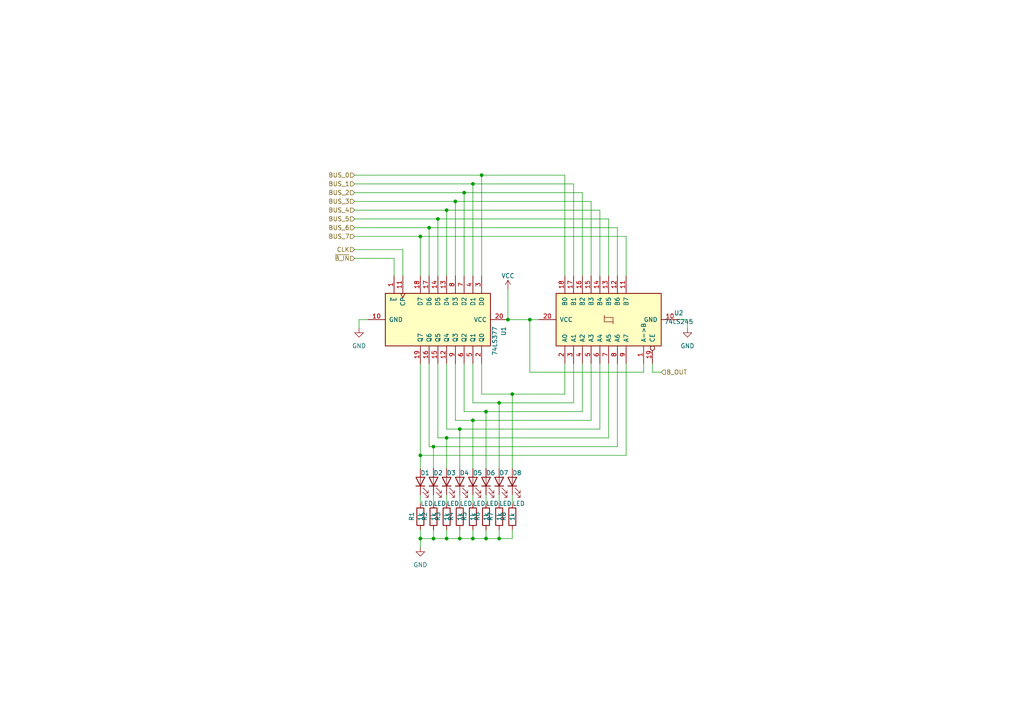
<source format=kicad_sch>
(kicad_sch (version 20230121) (generator eeschema)
  (paper "A4")
  (lib_symbols
    (symbol "74xx:74LS245" (pin_names (offset 1.016))
      (property "Reference" "U" (at -7.62 16.51 0))
      (property "Value" "74LS245" (at -7.62 -16.51 0))
      (symbol "74LS245_1_0"
        (polyline (pts (xy -0.635 -1.27) (xy -0.635 1.27) (xy 0.635 1.27)))
        (polyline (pts (xy -1.27 -1.27) (xy 0.635 -1.27) (xy 0.635 1.27) (xy 1.27 1.27)))
        (pin input line (at -12.7 -10.16 0) (length 5.08) (name "A->B") (number "1"))
        (pin power_in line (at 0 -20.32 90) (length 5.08) (name "GND") (number "10"))
        (pin tri_state line (at 12.7 -5.08 180) (length 5.08) (name "B7") (number "11"))
        (pin tri_state line (at 12.7 -2.54 180) (length 5.08) (name "B6") (number "12"))
        (pin tri_state line (at 12.7 0 180) (length 5.08) (name "B5") (number "13"))
        (pin tri_state line (at 12.7 2.54 180) (length 5.08) (name "B4") (number "14"))
        (pin tri_state line (at 12.7 5.08 180) (length 5.08) (name "B3") (number "15"))
        (pin tri_state line (at 12.7 7.62 180) (length 5.08) (name "B2") (number "16"))
        (pin tri_state line (at 12.7 10.16 180) (length 5.08) (name "B1") (number "17"))
        (pin tri_state line (at 12.7 12.7 180) (length 5.08) (name "B0") (number "18"))
        (pin input inverted (at -12.7 -12.7 0) (length 5.08) (name "CE") (number "19"))
        (pin tri_state line (at -12.7 12.7 0) (length 5.08) (name "A0") (number "2"))
        (pin power_in line (at 0 20.32 270) (length 5.08) (name "VCC") (number "20"))
        (pin tri_state line (at -12.7 10.16 0) (length 5.08) (name "A1") (number "3"))
        (pin tri_state line (at -12.7 7.62 0) (length 5.08) (name "A2") (number "4"))
        (pin tri_state line (at -12.7 5.08 0) (length 5.08) (name "A3") (number "5"))
        (pin tri_state line (at -12.7 2.54 0) (length 5.08) (name "A4") (number "6"))
        (pin tri_state line (at -12.7 0 0) (length 5.08) (name "A5") (number "7"))
        (pin tri_state line (at -12.7 -2.54 0) (length 5.08) (name "A6") (number "8"))
        (pin tri_state line (at -12.7 -5.08 0) (length 5.08) (name "A7") (number "9"))
      )
      (symbol "74LS245_1_1"
        (rectangle (start -7.62 15.24) (end 7.62 -15.24) (stroke (width 0.254)) (fill (type background)))
      )
    )
    (symbol "74xx:74LS377" (pin_names (offset 1.016))
      (property "Reference" "U" (at -7.62 16.51 0))
      (property "Value" "74LS377" (at -7.62 -16.51 0))
      (symbol "74LS377_1_0"
        (pin input line (at -12.7 -12.7 0) (length 5.08) (name "~{E}") (number "1"))
        (pin power_in line (at 0 -20.32 90) (length 5.08) (name "GND") (number "10"))
        (pin input clock (at -12.7 -10.16 0) (length 5.08) (name "CP") (number "11"))
        (pin output line (at 12.7 2.54 180) (length 5.08) (name "Q4") (number "12"))
        (pin input line (at -12.7 2.54 0) (length 5.08) (name "D4") (number "13"))
        (pin input line (at -12.7 0 0) (length 5.08) (name "D5") (number "14"))
        (pin output line (at 12.7 0 180) (length 5.08) (name "Q5") (number "15"))
        (pin output line (at 12.7 -2.54 180) (length 5.08) (name "Q6") (number "16"))
        (pin input line (at -12.7 -2.54 0) (length 5.08) (name "D6") (number "17"))
        (pin input line (at -12.7 -5.08 0) (length 5.08) (name "D7") (number "18"))
        (pin output line (at 12.7 -5.08 180) (length 5.08) (name "Q7") (number "19"))
        (pin output line (at 12.7 12.7 180) (length 5.08) (name "Q0") (number "2"))
        (pin power_in line (at 0 20.32 270) (length 5.08) (name "VCC") (number "20"))
        (pin input line (at -12.7 12.7 0) (length 5.08) (name "D0") (number "3"))
        (pin input line (at -12.7 10.16 0) (length 5.08) (name "D1") (number "4"))
        (pin output line (at 12.7 10.16 180) (length 5.08) (name "Q1") (number "5"))
        (pin output line (at 12.7 7.62 180) (length 5.08) (name "Q2") (number "6"))
        (pin input line (at -12.7 7.62 0) (length 5.08) (name "D2") (number "7"))
        (pin input line (at -12.7 5.08 0) (length 5.08) (name "D3") (number "8"))
        (pin output line (at 12.7 5.08 180) (length 5.08) (name "Q3") (number "9"))
      )
      (symbol "74LS377_1_1"
        (rectangle (start -7.62 15.24) (end 7.62 -15.24) (stroke (width 0.254)) (fill (type background)))
      )
    )
    (symbol "Device:LED" (pin_numbers hide) (pin_names (offset 1.016) hide)
      (property "Reference" "D" (at 0 2.54 0))
      (property "Value" "LED" (at 0 -2.54 0))
      (symbol "LED_0_1"
        (polyline (pts (xy -1.27 -1.27) (xy -1.27 1.27)) (stroke (width 0.254)))
        (polyline (pts (xy -1.27 0) (xy 1.27 0)))
        (polyline (pts (xy 1.27 -1.27) (xy 1.27 1.27) (xy -1.27 0) (xy 1.27 -1.27)) (stroke (width 0.254)))
        (polyline (pts (xy -3.048 -0.762) (xy -4.572 -2.286) (xy -3.81 -2.286) (xy -4.572 -2.286) (xy -4.572 -1.524)))
        (polyline (pts (xy -1.778 -0.762) (xy -3.302 -2.286) (xy -2.54 -2.286) (xy -3.302 -2.286) (xy -3.302 -1.524)))
      )
      (symbol "LED_1_1"
        (pin passive line (at -3.81 0 0) (length 2.54) (name "K") (number "1"))
        (pin passive line (at 3.81 0 180) (length 2.54) (name "A") (number "2"))
      )
    )
    (symbol "Device:R" (pin_numbers hide) (pin_names (offset 0))
      (property "Reference" "R" (at 2.032 0 90))
      (property "Value" "R" (at 0 0 90))
      (symbol "R_0_1"
        (rectangle (start -1.016 -2.54) (end 1.016 2.54) (stroke (width 0.254)))
      )
      (symbol "R_1_1"
        (pin passive line (at 0 3.81 270) (length 1.27) (name "~") (number "1"))
        (pin passive line (at 0 -3.81 90) (length 1.27) (name "~") (number "2"))
      )
    )
    (symbol "power:GND" (power) (pin_names (offset 0))
      (property "Value" "GND" (at 0 -3.81 0))
      (symbol "GND_0_1"
        (polyline (pts (xy 0 0) (xy 0 -1.27) (xy 1.27 -1.27) (xy 0 -2.54) (xy -1.27 -1.27) (xy 0 -1.27)))
      )
      (symbol "GND_1_1"
        (pin power_in line (at 0 0 270) (length 0) hide (name "GND") (number "1"))
      )
    )
    (symbol "power:VCC" (power) (pin_names (offset 0))
      (property "Value" "VCC" (at 0 3.81 0))
      (symbol "VCC_0_1"
        (polyline (pts (xy -0.762 1.27) (xy 0 2.54)))
        (polyline (pts (xy 0 0) (xy 0 2.54)))
        (polyline (pts (xy 0 2.54) (xy 0.762 1.27)))
      )
      (symbol "VCC_1_1"
        (pin power_in line (at 0 0 90) (length 0) hide (name "VCC") (number "1"))
      )
    )
  )
  (junction (at 133.35 124.46))
  (junction (at 144.78 116.84))
  (junction (at 129.54 60.96))
  (junction (at 147.32 92.71))
  (junction (at 121.92 68.58))
  (junction (at 137.16 156.21))
  (junction (at 132.08 58.42))
  (junction (at 144.78 156.21))
  (junction (at 153.67 92.71))
  (junction (at 124.46 66.04))
  (junction (at 133.35 156.21))
  (junction (at 140.97 119.38))
  (junction (at 148.59 114.3))
  (junction (at 127 63.5))
  (junction (at 129.54 127))
  (junction (at 139.7 50.8))
  (junction (at 140.97 156.21))
  (junction (at 134.62 55.88))
  (junction (at 129.54 156.21))
  (junction (at 121.92 156.21))
  (junction (at 137.16 53.34))
  (junction (at 121.92 132.08))
  (junction (at 137.16 121.92))
  (junction (at 125.73 129.54))
  (junction (at 125.73 156.21))
  (wire (pts (xy 102.87 63.5) (xy 127 63.5)))
  (wire (pts (xy 124.46 66.04) (xy 179.07 66.04)))
  (wire (pts (xy 121.92 68.58) (xy 181.61 68.58)))
  (wire (pts (xy 139.7 114.3) (xy 148.59 114.3)))
  (wire (pts (xy 144.78 116.84) (xy 166.37 116.84)))
  (wire (pts (xy 129.54 127) (xy 129.54 135.89)))
  (wire (pts (xy 168.91 55.88) (xy 168.91 80.01)))
  (wire (pts (xy 124.46 105.41) (xy 124.46 129.54)))
  (wire (pts (xy 173.99 124.46) (xy 133.35 124.46)))
  (wire (pts (xy 129.54 80.01) (xy 129.54 60.96)))
  (wire (pts (xy 140.97 143.51) (xy 140.97 146.05)))
  (wire (pts (xy 171.45 80.01) (xy 171.45 58.42)))
  (wire (pts (xy 124.46 66.04) (xy 102.87 66.04)))
  (wire (pts (xy 179.07 66.04) (xy 179.07 80.01)))
  (wire (pts (xy 181.61 105.41) (xy 181.61 132.08)))
  (wire (pts (xy 125.73 153.67) (xy 125.73 156.21)))
  (wire (pts (xy 148.59 143.51) (xy 148.59 146.05)))
  (wire (pts (xy 137.16 53.34) (xy 137.16 80.01)))
  (wire (pts (xy 127 127) (xy 129.54 127)))
  (wire (pts (xy 144.78 116.84) (xy 144.78 135.89)))
  (wire (pts (xy 137.16 153.67) (xy 137.16 156.21)))
  (wire (pts (xy 139.7 50.8) (xy 102.87 50.8)))
  (wire (pts (xy 179.07 105.41) (xy 179.07 129.54)))
  (wire (pts (xy 176.53 105.41) (xy 176.53 127)))
  (wire (pts (xy 121.92 132.08) (xy 121.92 135.89)))
  (wire (pts (xy 140.97 119.38) (xy 134.62 119.38)))
  (wire (pts (xy 125.73 156.21) (xy 129.54 156.21)))
  (wire (pts (xy 127 63.5) (xy 176.53 63.5)))
  (wire (pts (xy 173.99 60.96) (xy 173.99 80.01)))
  (wire (pts (xy 134.62 80.01) (xy 134.62 55.88)))
  (wire (pts (xy 133.35 124.46) (xy 133.35 135.89)))
  (wire (pts (xy 173.99 105.41) (xy 173.99 124.46)))
  (wire (pts (xy 189.23 105.41) (xy 189.23 107.95)))
  (wire (pts (xy 124.46 80.01) (xy 124.46 66.04)))
  (wire (pts (xy 171.45 105.41) (xy 171.45 121.92)))
  (wire (pts (xy 102.87 72.39) (xy 116.84 72.39)))
  (wire (pts (xy 140.97 156.21) (xy 144.78 156.21)))
  (wire (pts (xy 140.97 153.67) (xy 140.97 156.21)))
  (wire (pts (xy 134.62 105.41) (xy 134.62 119.38)))
  (wire (pts (xy 163.83 80.01) (xy 163.83 50.8)))
  (wire (pts (xy 121.92 68.58) (xy 121.92 80.01)))
  (wire (pts (xy 139.7 105.41) (xy 139.7 114.3)))
  (wire (pts (xy 102.87 58.42) (xy 132.08 58.42)))
  (wire (pts (xy 137.16 116.84) (xy 144.78 116.84)))
  (wire (pts (xy 121.92 143.51) (xy 121.92 146.05)))
  (wire (pts (xy 166.37 105.41) (xy 166.37 116.84)))
  (wire (pts (xy 132.08 121.92) (xy 137.16 121.92)))
  (wire (pts (xy 127 105.41) (xy 127 127)))
  (wire (pts (xy 125.73 129.54) (xy 124.46 129.54)))
  (wire (pts (xy 163.83 105.41) (xy 163.83 114.3)))
  (wire (pts (xy 147.32 83.82) (xy 147.32 92.71)))
  (wire (pts (xy 133.35 153.67) (xy 133.35 156.21)))
  (wire (pts (xy 139.7 80.01) (xy 139.7 50.8)))
  (wire (pts (xy 129.54 153.67) (xy 129.54 156.21)))
  (wire (pts (xy 147.32 92.71) (xy 153.67 92.71)))
  (wire (pts (xy 144.78 153.67) (xy 144.78 156.21)))
  (wire (pts (xy 144.78 156.21) (xy 148.59 156.21)))
  (wire (pts (xy 171.45 58.42) (xy 132.08 58.42)))
  (wire (pts (xy 168.91 105.41) (xy 168.91 119.38)))
  (wire (pts (xy 114.3 74.93) (xy 114.3 80.01)))
  (wire (pts (xy 121.92 156.21) (xy 125.73 156.21)))
  (wire (pts (xy 140.97 119.38) (xy 140.97 135.89)))
  (wire (pts (xy 148.59 156.21) (xy 148.59 153.67)))
  (wire (pts (xy 133.35 156.21) (xy 137.16 156.21)))
  (wire (pts (xy 129.54 60.96) (xy 102.87 60.96)))
  (wire (pts (xy 148.59 114.3) (xy 148.59 135.89)))
  (wire (pts (xy 121.92 153.67) (xy 121.92 156.21)))
  (wire (pts (xy 153.67 92.71) (xy 153.67 107.95)))
  (wire (pts (xy 102.87 74.93) (xy 114.3 74.93)))
  (wire (pts (xy 132.08 58.42) (xy 132.08 80.01)))
  (wire (pts (xy 189.23 107.95) (xy 191.77 107.95)))
  (wire (pts (xy 121.92 105.41) (xy 121.92 132.08)))
  (wire (pts (xy 129.54 143.51) (xy 129.54 146.05)))
  (wire (pts (xy 176.53 63.5) (xy 176.53 80.01)))
  (wire (pts (xy 125.73 143.51) (xy 125.73 146.05)))
  (wire (pts (xy 129.54 60.96) (xy 173.99 60.96)))
  (wire (pts (xy 199.39 92.71) (xy 196.85 92.71)))
  (wire (pts (xy 137.16 105.41) (xy 137.16 116.84)))
  (wire (pts (xy 102.87 53.34) (xy 137.16 53.34)))
  (wire (pts (xy 179.07 129.54) (xy 125.73 129.54)))
  (wire (pts (xy 104.14 92.71) (xy 106.68 92.71)))
  (wire (pts (xy 199.39 95.25) (xy 199.39 92.71)))
  (wire (pts (xy 137.16 156.21) (xy 140.97 156.21)))
  (wire (pts (xy 102.87 68.58) (xy 121.92 68.58)))
  (wire (pts (xy 166.37 53.34) (xy 137.16 53.34)))
  (wire (pts (xy 137.16 143.51) (xy 137.16 146.05)))
  (wire (pts (xy 129.54 156.21) (xy 133.35 156.21)))
  (wire (pts (xy 121.92 156.21) (xy 121.92 158.75)))
  (wire (pts (xy 166.37 80.01) (xy 166.37 53.34)))
  (wire (pts (xy 125.73 129.54) (xy 125.73 135.89)))
  (wire (pts (xy 163.83 50.8) (xy 139.7 50.8)))
  (wire (pts (xy 133.35 143.51) (xy 133.35 146.05)))
  (wire (pts (xy 116.84 72.39) (xy 116.84 80.01)))
  (wire (pts (xy 137.16 121.92) (xy 137.16 135.89)))
  (wire (pts (xy 127 63.5) (xy 127 80.01)))
  (wire (pts (xy 153.67 107.95) (xy 186.69 107.95)))
  (wire (pts (xy 121.92 132.08) (xy 181.61 132.08)))
  (wire (pts (xy 153.67 92.71) (xy 156.21 92.71)))
  (wire (pts (xy 132.08 105.41) (xy 132.08 121.92)))
  (wire (pts (xy 186.69 105.41) (xy 186.69 107.95)))
  (wire (pts (xy 129.54 105.41) (xy 129.54 124.46)))
  (wire (pts (xy 137.16 121.92) (xy 171.45 121.92)))
  (wire (pts (xy 134.62 55.88) (xy 168.91 55.88)))
  (wire (pts (xy 133.35 124.46) (xy 129.54 124.46)))
  (wire (pts (xy 129.54 127) (xy 176.53 127)))
  (wire (pts (xy 148.59 114.3) (xy 163.83 114.3)))
  (wire (pts (xy 168.91 119.38) (xy 140.97 119.38)))
  (wire (pts (xy 104.14 95.25) (xy 104.14 92.71)))
  (wire (pts (xy 134.62 55.88) (xy 102.87 55.88)))
  (wire (pts (xy 181.61 68.58) (xy 181.61 80.01)))
  (wire (pts (xy 144.78 143.51) (xy 144.78 146.05)))
  (hierarchical_label "BUS_6" (shape input) (at 102.87 66.04 180))
  (hierarchical_label "CLK" (shape input) (at 102.87 72.39 180))
  (hierarchical_label "BUS_2" (shape input) (at 102.87 55.88 180))
  (hierarchical_label "~{B_IN}" (shape input) (at 102.87 74.93 180))
  (hierarchical_label "BUS_4" (shape input) (at 102.87 60.96 180))
  (hierarchical_label "BUS_1" (shape input) (at 102.87 53.34 180))
  (hierarchical_label "BUS_7" (shape input) (at 102.87 68.58 180))
  (hierarchical_label "BUS_3" (shape input) (at 102.87 58.42 180))
  (hierarchical_label "BUS_0" (shape input) (at 102.87 50.8 180))
  (hierarchical_label "B_OUT" (shape input) (at 191.77 107.95 0))
  (hierarchical_label "BUS_5" (shape input) (at 102.87 63.5 180))
  (symbol (lib_id "Device:R") (at 144.78 149.86 0) (unit 1)
    (property "Reference" "R7" (at 142.24 151.13 90) (effects (justify left)))
    (property "Value" "1k" (at 144.78 151.13 90) (effects (justify left)))
    (instances (project "schematics" (path "" (reference "R7") (unit 1)) (path "" (reference "R15") (unit 1)) (path "" (reference "R23") (unit 1))))
  )
  (symbol (lib_id "Device:LED") (at 148.59 139.7 90) (unit 1)
    (property "Reference" "D8" (at 148.59 137.16 90) (effects (justify right)))
    (property "Value" "LED" (at 148.59 146.05 90) (effects (justify right)))
    (instances (project "schematics" (path "" (reference "D8") (unit 1)) (path "" (reference "D16") (unit 1)) (path "" (reference "D24") (unit 1))))
  )
  (symbol (lib_id "Device:R") (at 125.73 149.86 0) (unit 1)
    (property "Reference" "R2" (at 123.19 151.13 90) (effects (justify left)))
    (property "Value" "1k" (at 125.73 151.13 90) (effects (justify left)))
    (instances (project "schematics" (path "" (reference "R2") (unit 1)) (path "" (reference "R10") (unit 1)) (path "" (reference "R18") (unit 1))))
  )
  (symbol (lib_id "Device:LED") (at 140.97 139.7 90) (unit 1)
    (property "Reference" "D6" (at 140.97 137.16 90) (effects (justify right)))
    (property "Value" "LED" (at 140.97 146.05 90) (effects (justify right)))
    (instances (project "schematics" (path "" (reference "D6") (unit 1)) (path "" (reference "D14") (unit 1)) (path "" (reference "D22") (unit 1))))
  )
  (symbol (lib_id "Device:LED") (at 144.78 139.7 90) (unit 1)
    (property "Reference" "D7" (at 144.78 137.16 90) (effects (justify right)))
    (property "Value" "LED" (at 144.78 146.05 90) (effects (justify right)))
    (instances (project "schematics" (path "" (reference "D7") (unit 1)) (path "" (reference "D15") (unit 1)) (path "" (reference "D23") (unit 1))))
  )
  (symbol (lib_id "Device:LED") (at 129.54 139.7 90) (unit 1)
    (property "Reference" "D3" (at 129.54 137.16 90) (effects (justify right)))
    (property "Value" "LED" (at 129.54 146.05 90) (effects (justify right)))
    (instances (project "schematics" (path "" (reference "D3") (unit 1)) (path "" (reference "D11") (unit 1)) (path "" (reference "D19") (unit 1))))
  )
  (symbol (lib_id "Device:LED") (at 125.73 139.7 90) (unit 1)
    (property "Reference" "D2" (at 125.73 137.16 90) (effects (justify right)))
    (property "Value" "LED" (at 125.73 146.05 90) (effects (justify right)))
    (instances (project "schematics" (path "" (reference "D2") (unit 1)) (path "" (reference "D10") (unit 1)) (path "" (reference "D18") (unit 1))))
  )
  (symbol (lib_id "Device:R") (at 129.54 149.86 0) (unit 1)
    (property "Reference" "R3" (at 127 151.13 90) (effects (justify left)))
    (property "Value" "1k" (at 129.54 151.13 90) (effects (justify left)))
    (instances (project "schematics" (path "" (reference "R3") (unit 1)) (path "" (reference "R11") (unit 1)) (path "" (reference "R19") (unit 1))))
  )
  (symbol (lib_id "power:GND") (at 199.39 95.25 0) (unit 1)
    (property "Reference" "#PWR01" (effects hide))
    (property "Value" "GND" (at 199.39 100.33 0))
    (instances (project "schematics" (path "" (reference "#PWR01") (unit 1)) (path "" (reference "#PWR08") (unit 1)) (path "" (reference "#PWR012") (unit 1))))
  )
  (symbol (lib_id "Device:LED") (at 133.35 139.7 90) (unit 1)
    (property "Reference" "D4" (at 133.35 137.16 90) (effects (justify right)))
    (property "Value" "LED" (at 133.35 146.05 90) (effects (justify right)))
    (instances (project "schematics" (path "" (reference "D4") (unit 1)) (path "" (reference "D12") (unit 1)) (path "" (reference "D20") (unit 1))))
  )
  (symbol (lib_id "Device:R") (at 133.35 149.86 0) (unit 1)
    (property "Reference" "R4" (at 130.81 151.13 90) (effects (justify left)))
    (property "Value" "1k" (at 133.35 151.13 90) (effects (justify left)))
    (instances (project "schematics" (path "" (reference "R4") (unit 1)) (path "" (reference "R12") (unit 1)) (path "" (reference "R20") (unit 1))))
  )
  (symbol (lib_id "Device:LED") (at 121.92 139.7 90) (unit 1)
    (property "Reference" "D1" (at 121.92 137.16 90) (effects (justify right)))
    (property "Value" "LED" (at 121.92 146.05 90) (effects (justify right)))
    (instances (project "schematics" (path "" (reference "D1") (unit 1)) (path "" (reference "D9") (unit 1)) (path "" (reference "D17") (unit 1))))
  )
  (symbol (lib_id "power:GND") (at 121.92 158.75 0) (unit 1)
    (property "Reference" "#PWR03" (effects hide))
    (property "Value" "GND" (at 121.92 163.83 0))
    (instances (project "schematics" (path "" (reference "#PWR03") (unit 1)) (path "" (reference "#PWR06") (unit 1)) (path "" (reference "#PWR010") (unit 1))))
  )
  (symbol (lib_id "Device:R") (at 140.97 149.86 0) (unit 1)
    (property "Reference" "R6" (at 138.43 151.13 90) (effects (justify left)))
    (property "Value" "1k" (at 140.97 151.13 90) (effects (justify left)))
    (instances (project "schematics" (path "" (reference "R6") (unit 1)) (path "" (reference "R14") (unit 1)) (path "" (reference "R22") (unit 1))))
  )
  (symbol (lib_id "Device:R") (at 148.59 149.86 0) (unit 1)
    (property "Reference" "R8" (at 146.05 151.13 90) (effects (justify left)))
    (property "Value" "1k" (at 148.59 151.13 90) (effects (justify left)))
    (instances (project "schematics" (path "" (reference "R8") (unit 1)) (path "" (reference "R16") (unit 1)) (path "" (reference "R24") (unit 1))))
  )
  (symbol (lib_id "Device:R") (at 137.16 149.86 0) (unit 1)
    (property "Reference" "R5" (at 134.62 151.13 90) (effects (justify left)))
    (property "Value" "1k" (at 137.16 151.13 90) (effects (justify left)))
    (instances (project "schematics" (path "" (reference "R5") (unit 1)) (path "" (reference "R13") (unit 1)) (path "" (reference "R21") (unit 1))))
  )
  (symbol (lib_id "power:GND") (at 104.14 95.25 0) (unit 1)
    (property "Reference" "#PWR02" (effects hide))
    (property "Value" "GND" (at 104.14 100.33 0))
    (instances (project "schematics" (path "" (reference "#PWR02") (unit 1)) (path "" (reference "#PWR05") (unit 1)) (path "" (reference "#PWR09") (unit 1))))
  )
  (symbol (lib_id "Device:LED") (at 137.16 139.7 90) (unit 1)
    (property "Reference" "D5" (at 137.16 137.16 90) (effects (justify right)))
    (property "Value" "LED" (at 137.16 146.05 90) (effects (justify right)))
    (instances (project "schematics" (path "" (reference "D5") (unit 1)) (path "" (reference "D13") (unit 1)) (path "" (reference "D21") (unit 1))))
  )
  (symbol (lib_id "74xx:74LS245") (at 176.53 92.71 90) (unit 1)
    (property "Reference" "U2" (at 196.85 90.7797 90))
    (property "Value" "74LS245" (at 196.85 93.3197 90))
    (property "Datasheet" "http://www.ti.com/lit/gpn/sn74LS245" (effects hide))
    (instances (project "schematics" (path "" (reference "U2") (unit 1)) (path "" (reference "U4") (unit 1)) (path "" (reference "U6") (unit 1))))
  )
  (symbol (lib_id "Device:R") (at 121.92 149.86 0) (unit 1)
    (property "Reference" "R1" (at 119.38 151.13 90) (effects (justify left)))
    (property "Value" "1k" (at 121.92 151.13 90) (effects (justify left)))
    (instances (project "schematics" (path "" (reference "R1") (unit 1)) (path "" (reference "R9") (unit 1)) (path "" (reference "R17") (unit 1))))
  )
  (symbol (lib_id "74xx:74LS377") (at 127 92.71 270) (unit 1)
    (property "Reference" "U1" (at 146.05 94.6659 0) (effects (justify left)))
    (property "Value" "74LS377" (at 143.51 94.6659 0) (effects (justify left)))
    (property "Datasheet" "http://www.ti.com/lit/gpn/sn74LS377" (effects hide))
    (instances (project "schematics" (path "" (reference "U1") (unit 1)) (path "" (reference "U3") (unit 1)) (path "" (reference "U5") (unit 1))))
  )
  (symbol (lib_id "power:VCC") (at 147.32 83.82 0) (unit 1)
    (property "Reference" "#PWR04" (effects hide))
    (property "Value" "VCC" (at 147.32 80.01 0))
    (instances (project "schematics" (path "" (reference "#PWR04") (unit 1)) (path "" (reference "#PWR07") (unit 1)) (path "" (reference "#PWR011") (unit 1))))
  )
)
</source>
